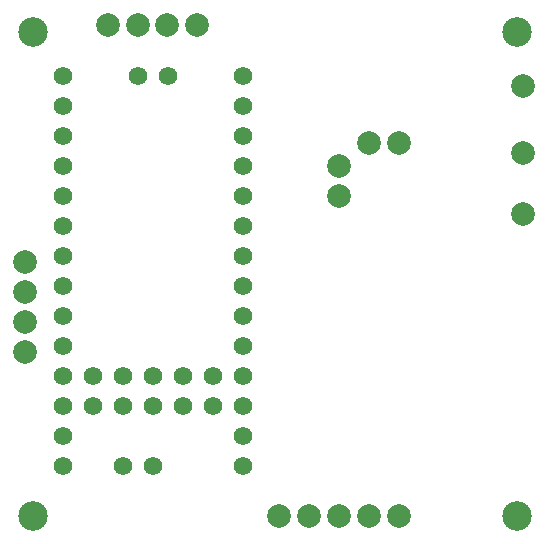
<source format=gbr>
%TF.GenerationSoftware,KiCad,Pcbnew,9.0.2*%
%TF.CreationDate,2025-07-11T21:06:49+12:00*%
%TF.ProjectId,T61,5436312e-6b69-4636-9164-5f7063625858,rev?*%
%TF.SameCoordinates,Original*%
%TF.FileFunction,Soldermask,Bot*%
%TF.FilePolarity,Negative*%
%FSLAX46Y46*%
G04 Gerber Fmt 4.6, Leading zero omitted, Abs format (unit mm)*
G04 Created by KiCad (PCBNEW 9.0.2) date 2025-07-11 21:06:49*
%MOMM*%
%LPD*%
G01*
G04 APERTURE LIST*
%ADD10C,2.006600*%
%ADD11C,2.500000*%
%ADD12C,1.574800*%
G04 APERTURE END LIST*
D10*
%TO.C,J9*%
X159186100Y-93903600D03*
%TD*%
D11*
%TO.C,UNK_HOLE_2*%
X169186100Y-84503600D03*
%TD*%
D10*
%TO.C,J3*%
X169686100Y-94753600D03*
%TD*%
%TO.C,J13*%
X134586100Y-83903600D03*
%TD*%
D11*
%TO.C,UNK_HOLE_1*%
X169186100Y-125503600D03*
%TD*%
D10*
%TO.C,J11*%
X137086100Y-83903600D03*
%TD*%
D11*
%TO.C,UNK_HOLE_3*%
X128186100Y-84503600D03*
%TD*%
D10*
%TO.C,J10*%
X156686100Y-93903600D03*
%TD*%
%TO.C,J5*%
X149086100Y-125453600D03*
X151626100Y-125453600D03*
X154166100Y-125453600D03*
X156706100Y-125453600D03*
X159246100Y-125453600D03*
%TD*%
%TO.C,J2*%
X154136100Y-95823600D03*
X154136100Y-98363600D03*
%TD*%
%TO.C,J8*%
X169686100Y-89103600D03*
%TD*%
%TO.C,J7*%
X169686100Y-99903600D03*
%TD*%
D11*
%TO.C,UNK_HOLE_0*%
X128186100Y-125503600D03*
%TD*%
D12*
%TO.C,U1*%
X130726100Y-90783600D03*
X130726100Y-93323600D03*
X130726100Y-95863600D03*
X130726100Y-98403600D03*
X145966100Y-93323600D03*
X135806100Y-121263600D03*
X130726100Y-100943600D03*
X130726100Y-103483600D03*
X145966100Y-88243600D03*
X130726100Y-106023600D03*
X130726100Y-108563600D03*
X130726100Y-111103600D03*
X130726100Y-113643600D03*
X130726100Y-116183600D03*
X130726100Y-118723600D03*
X130726100Y-121263600D03*
X145966100Y-121263600D03*
X145966100Y-118723600D03*
X145966100Y-116183600D03*
X145966100Y-113643600D03*
X145966100Y-111103600D03*
X145966100Y-108563600D03*
X145966100Y-106023600D03*
X145966100Y-103483600D03*
X145966100Y-100943600D03*
X145966100Y-98403600D03*
X145966100Y-95863600D03*
X143426100Y-116183600D03*
X143426100Y-113643600D03*
X140886100Y-116183600D03*
X140886100Y-113643600D03*
X138346100Y-116183600D03*
X138346100Y-113643600D03*
X135806100Y-116183600D03*
X135806100Y-113643600D03*
X133266100Y-116183600D03*
X133266100Y-113643600D03*
X137076100Y-88243600D03*
X139616100Y-88243600D03*
X130726100Y-88243600D03*
X145966100Y-90783600D03*
X138346100Y-121263600D03*
%TD*%
D10*
%TO.C,J1*%
X127536100Y-111633600D03*
X127536100Y-109093600D03*
X127536100Y-106553600D03*
X127536100Y-104013600D03*
%TD*%
%TO.C,J12*%
X139586100Y-83903600D03*
%TD*%
%TO.C,J6*%
X142086100Y-83903600D03*
%TD*%
M02*

</source>
